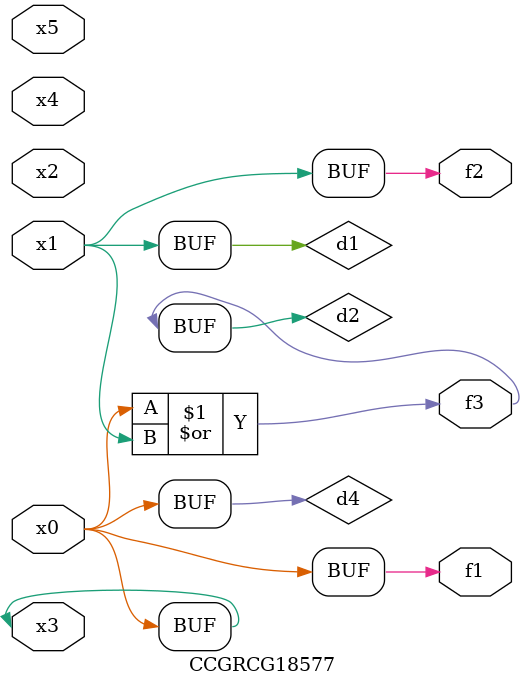
<source format=v>
module CCGRCG18577(
	input x0, x1, x2, x3, x4, x5,
	output f1, f2, f3
);

	wire d1, d2, d3, d4;

	and (d1, x1);
	or (d2, x0, x1);
	nand (d3, x0, x5);
	buf (d4, x0, x3);
	assign f1 = d4;
	assign f2 = d1;
	assign f3 = d2;
endmodule

</source>
